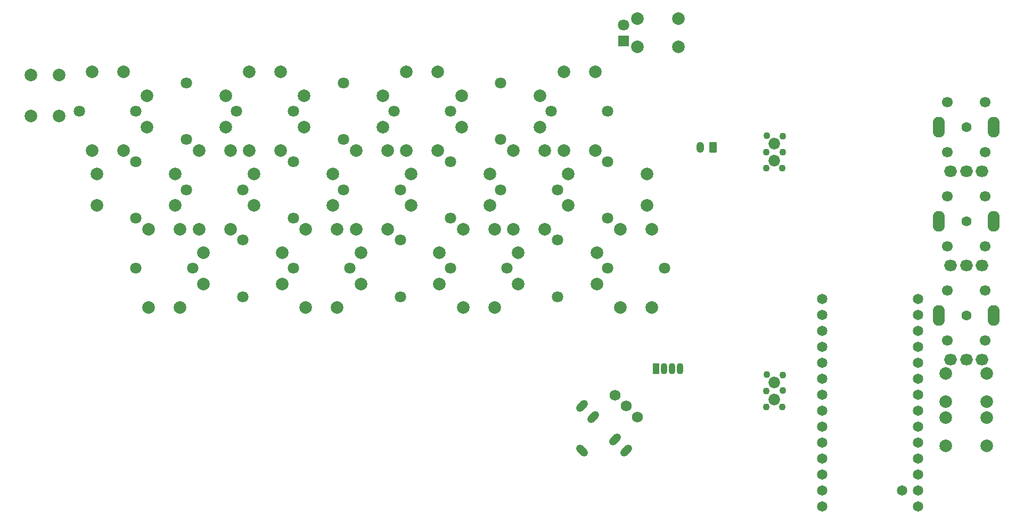
<source format=gbr>
%TF.GenerationSoftware,KiCad,Pcbnew,(6.0.10-0)*%
%TF.CreationDate,2024-08-14T10:58:16+02:00*%
%TF.ProjectId,MiniChord,4d696e69-4368-46f7-9264-2e6b69636164,rev?*%
%TF.SameCoordinates,Original*%
%TF.FileFunction,Soldermask,Bot*%
%TF.FilePolarity,Negative*%
%FSLAX46Y46*%
G04 Gerber Fmt 4.6, Leading zero omitted, Abs format (unit mm)*
G04 Created by KiCad (PCBNEW (6.0.10-0)) date 2024-08-14 10:58:16*
%MOMM*%
%LPD*%
G01*
G04 APERTURE LIST*
G04 Aperture macros list*
%AMRoundRect*
0 Rectangle with rounded corners*
0 $1 Rounding radius*
0 $2 $3 $4 $5 $6 $7 $8 $9 X,Y pos of 4 corners*
0 Add a 4 corners polygon primitive as box body*
4,1,4,$2,$3,$4,$5,$6,$7,$8,$9,$2,$3,0*
0 Add four circle primitives for the rounded corners*
1,1,$1+$1,$2,$3*
1,1,$1+$1,$4,$5*
1,1,$1+$1,$6,$7*
1,1,$1+$1,$8,$9*
0 Add four rect primitives between the rounded corners*
20,1,$1+$1,$2,$3,$4,$5,0*
20,1,$1+$1,$4,$5,$6,$7,0*
20,1,$1+$1,$6,$7,$8,$9,0*
20,1,$1+$1,$8,$9,$2,$3,0*%
%AMHorizOval*
0 Thick line with rounded ends*
0 $1 width*
0 $2 $3 position (X,Y) of the first rounded end (center of the circle)*
0 $4 $5 position (X,Y) of the second rounded end (center of the circle)*
0 Add line between two ends*
20,1,$1,$2,$3,$4,$5,0*
0 Add two circle primitives to create the rounded ends*
1,1,$1,$2,$3*
1,1,$1,$4,$5*%
G04 Aperture macros list end*
%ADD10C,1.800000*%
%ADD11C,2.000000*%
%ADD12R,1.070000X1.800000*%
%ADD13O,1.070000X1.800000*%
%ADD14R,1.800000X1.800000*%
%ADD15C,1.700000*%
%ADD16C,1.600000*%
%ADD17O,1.900000X3.300000*%
%ADD18O,2.050000X1.800000*%
%ADD19C,1.100000*%
%ADD20C,1.850000*%
%ADD21C,1.750000*%
%ADD22HorizOval,1.200000X-0.353553X-0.353553X0.353553X0.353553X0*%
%ADD23HorizOval,1.200000X0.353553X-0.353553X-0.353553X0.353553X0*%
%ADD24HorizOval,1.200000X0.353553X0.353553X-0.353553X-0.353553X0*%
%ADD25RoundRect,0.250000X0.350000X0.625000X-0.350000X0.625000X-0.350000X-0.625000X0.350000X-0.625000X0*%
%ADD26O,1.200000X1.750000*%
%ADD27C,1.650000*%
G04 APERTURE END LIST*
D10*
%TO.C,SW11*%
X77000000Y-98000000D03*
X68000000Y-98000000D03*
D11*
X75000000Y-91750000D03*
X75000000Y-104250000D03*
X70000000Y-91750000D03*
X70000000Y-104250000D03*
%TD*%
%TO.C,SW26*%
X121250000Y-75250000D03*
X114750000Y-75250000D03*
X121250000Y-70750000D03*
X114750000Y-70750000D03*
%TD*%
D12*
%TO.C,D2*%
X117640000Y-126500000D03*
D13*
X118910000Y-126500000D03*
X120180000Y-126500000D03*
X121450000Y-126500000D03*
%TD*%
D10*
%TO.C,SW12*%
X85000000Y-93500000D03*
X85000000Y-102500000D03*
D11*
X91250000Y-100500000D03*
X78750000Y-100500000D03*
X91250000Y-95500000D03*
X78750000Y-95500000D03*
%TD*%
D10*
%TO.C,SW15*%
X35000000Y-110500000D03*
X44000000Y-110500000D03*
D11*
X42000000Y-104250000D03*
X42000000Y-116750000D03*
X37000000Y-104250000D03*
X37000000Y-116750000D03*
%TD*%
D10*
%TO.C,SW10*%
X60000000Y-93500000D03*
X60000000Y-102500000D03*
D11*
X66250000Y-100500000D03*
X53750000Y-100500000D03*
X66250000Y-95500000D03*
X53750000Y-95500000D03*
%TD*%
D14*
%TO.C,D1*%
X112500000Y-74270000D03*
D10*
X112500000Y-71730000D03*
%TD*%
%TO.C,SW21*%
X110000000Y-110500000D03*
X119000000Y-110500000D03*
D11*
X117000000Y-104250000D03*
X117000000Y-116750000D03*
X112000000Y-104250000D03*
X112000000Y-116750000D03*
%TD*%
D10*
%TO.C,SW6*%
X93000000Y-81000000D03*
X93000000Y-90000000D03*
D11*
X99250000Y-88000000D03*
X86750000Y-88000000D03*
X99250000Y-83000000D03*
X86750000Y-83000000D03*
%TD*%
D10*
%TO.C,SW14*%
X110000000Y-102500000D03*
X110000000Y-93500000D03*
D11*
X116250000Y-100500000D03*
X103750000Y-100500000D03*
X116250000Y-95500000D03*
X103750000Y-95500000D03*
%TD*%
D10*
%TO.C,SW2*%
X43000000Y-90000000D03*
X43000000Y-81000000D03*
D11*
X49250000Y-88000000D03*
X36750000Y-88000000D03*
X49250000Y-83000000D03*
X36750000Y-83000000D03*
%TD*%
D10*
%TO.C,SW17*%
X60000000Y-110500000D03*
X69000000Y-110500000D03*
D11*
X67000000Y-104250000D03*
X67000000Y-116750000D03*
X62000000Y-104250000D03*
X62000000Y-116750000D03*
%TD*%
D15*
%TO.C,RV3*%
X170000000Y-84030000D03*
X170000000Y-92030000D03*
X164000000Y-84030000D03*
D16*
X167000000Y-88030000D03*
D17*
X171400000Y-88030000D03*
D15*
X164000000Y-92030000D03*
D17*
X162600000Y-88030000D03*
D18*
X164500000Y-95030000D03*
X167000000Y-95030000D03*
X169500000Y-95030000D03*
%TD*%
D10*
%TO.C,SW13*%
X102000000Y-98000000D03*
X93000000Y-98000000D03*
D11*
X100000000Y-91750000D03*
X100000000Y-104250000D03*
X95000000Y-91750000D03*
X95000000Y-104250000D03*
%TD*%
%TO.C,SW24*%
X170250000Y-131750000D03*
X163750000Y-131750000D03*
X170250000Y-127250000D03*
X163750000Y-127250000D03*
%TD*%
D10*
%TO.C,SW18*%
X77000000Y-115000000D03*
X77000000Y-106000000D03*
D11*
X83250000Y-113000000D03*
X70750000Y-113000000D03*
X83250000Y-108000000D03*
X70750000Y-108000000D03*
%TD*%
D10*
%TO.C,SW16*%
X52000000Y-115000000D03*
X52000000Y-106000000D03*
D11*
X58250000Y-113000000D03*
X45750000Y-113000000D03*
X58250000Y-108000000D03*
X45750000Y-108000000D03*
%TD*%
D10*
%TO.C,SW20*%
X102000000Y-106000000D03*
X102000000Y-115000000D03*
D11*
X108250000Y-113000000D03*
X95750000Y-113000000D03*
X108250000Y-108000000D03*
X95750000Y-108000000D03*
%TD*%
D19*
%TO.C,J1*%
X137800000Y-89450000D03*
X135230000Y-94540000D03*
X135250000Y-89400000D03*
X137825000Y-91975000D03*
D20*
X136450000Y-93350000D03*
D19*
X137770000Y-94540000D03*
X135230000Y-92000000D03*
D20*
X136500000Y-90625000D03*
%TD*%
D15*
%TO.C,RV2*%
X170000000Y-99030000D03*
D17*
X171400000Y-103030000D03*
D15*
X164000000Y-107030000D03*
D16*
X167000000Y-103030000D03*
D15*
X170000000Y-107030000D03*
D17*
X162600000Y-103030000D03*
D15*
X164000000Y-99030000D03*
D18*
X164500000Y-110030000D03*
X167000000Y-110030000D03*
X169500000Y-110030000D03*
%TD*%
D10*
%TO.C,SW4*%
X68000000Y-81000000D03*
X68000000Y-90000000D03*
D11*
X74250000Y-88000000D03*
X61750000Y-88000000D03*
X74250000Y-83000000D03*
X61750000Y-83000000D03*
%TD*%
%TO.C,SW22*%
X22750000Y-79750000D03*
X22750000Y-86250000D03*
X18250000Y-79750000D03*
X18250000Y-86250000D03*
%TD*%
D20*
%TO.C,J4*%
X136450000Y-131350000D03*
D19*
X137800000Y-127450000D03*
X137825000Y-129975000D03*
X135230000Y-130000000D03*
X137770000Y-132540000D03*
X135230000Y-132540000D03*
X135250000Y-127400000D03*
D20*
X136500000Y-128625000D03*
%TD*%
D10*
%TO.C,SW5*%
X76000000Y-85500000D03*
X85000000Y-85500000D03*
D11*
X83000000Y-79250000D03*
X83000000Y-91750000D03*
X78000000Y-79250000D03*
X78000000Y-91750000D03*
%TD*%
D10*
%TO.C,SW19*%
X85000000Y-110500000D03*
X94000000Y-110500000D03*
D11*
X92000000Y-104250000D03*
X92000000Y-116750000D03*
X87000000Y-104250000D03*
X87000000Y-116750000D03*
%TD*%
D10*
%TO.C,SW9*%
X43000000Y-98000000D03*
X52000000Y-98000000D03*
D11*
X50000000Y-91750000D03*
X50000000Y-104250000D03*
X45000000Y-91750000D03*
X45000000Y-104250000D03*
%TD*%
D16*
%TO.C,RV1*%
X167000000Y-118000000D03*
D17*
X162600000Y-118000000D03*
D15*
X170000000Y-122000000D03*
X164000000Y-114000000D03*
X164000000Y-122000000D03*
D17*
X171400000Y-118000000D03*
D15*
X170000000Y-114000000D03*
D18*
X164500000Y-125000000D03*
X167000000Y-125000000D03*
X169500000Y-125000000D03*
%TD*%
D10*
%TO.C,SW7*%
X110000000Y-85500000D03*
X101000000Y-85500000D03*
D11*
X108000000Y-79250000D03*
X108000000Y-91750000D03*
X103000000Y-79250000D03*
X103000000Y-91750000D03*
%TD*%
D10*
%TO.C,SW3*%
X51000000Y-85500000D03*
X60000000Y-85500000D03*
D11*
X58000000Y-79250000D03*
X58000000Y-91750000D03*
X53000000Y-79250000D03*
X53000000Y-91750000D03*
%TD*%
D21*
%TO.C,J2*%
X114738835Y-134196699D03*
X112971068Y-132428932D03*
X111203301Y-130661165D03*
D22*
X105900000Y-132428932D03*
X107667767Y-134196699D03*
D23*
X105900000Y-139500000D03*
D24*
X112971068Y-139500000D03*
X111203301Y-137732233D03*
%TD*%
D10*
%TO.C,SW1*%
X26000000Y-85500000D03*
X35000000Y-85500000D03*
D11*
X33000000Y-79250000D03*
X33000000Y-91750000D03*
X28000000Y-79250000D03*
X28000000Y-91750000D03*
%TD*%
%TO.C,SW25*%
X163750000Y-134250000D03*
X170250000Y-134250000D03*
X163750000Y-138750000D03*
X170250000Y-138750000D03*
%TD*%
D10*
%TO.C,SW8*%
X35000000Y-93500000D03*
X35000000Y-102500000D03*
D11*
X41250000Y-100500000D03*
X28750000Y-100500000D03*
X41250000Y-95500000D03*
X28750000Y-95500000D03*
%TD*%
D25*
%TO.C,J3*%
X126700000Y-91255000D03*
D26*
X124700000Y-91255000D03*
%TD*%
D27*
%TO.C,U1*%
X144130000Y-148375000D03*
X144130000Y-145835000D03*
X144130000Y-143295000D03*
X144130000Y-140755000D03*
X144130000Y-138215000D03*
X144130000Y-135675000D03*
X144130000Y-133135000D03*
X144130000Y-130595000D03*
X144130000Y-128055000D03*
X144130000Y-125515000D03*
X144130000Y-122975000D03*
X144130000Y-120435000D03*
X144130000Y-117895000D03*
X144130000Y-115355000D03*
X159370000Y-115355000D03*
X159370000Y-117895000D03*
X159370000Y-120435000D03*
X159370000Y-122975000D03*
X159370000Y-125515000D03*
X159370000Y-128055000D03*
X159370000Y-130595000D03*
X159370000Y-133135000D03*
X159370000Y-135675000D03*
X159370000Y-138215000D03*
X159370000Y-140755000D03*
X159370000Y-143295000D03*
X159370000Y-145835000D03*
X159370000Y-148375000D03*
X156830000Y-145835000D03*
%TD*%
M02*

</source>
